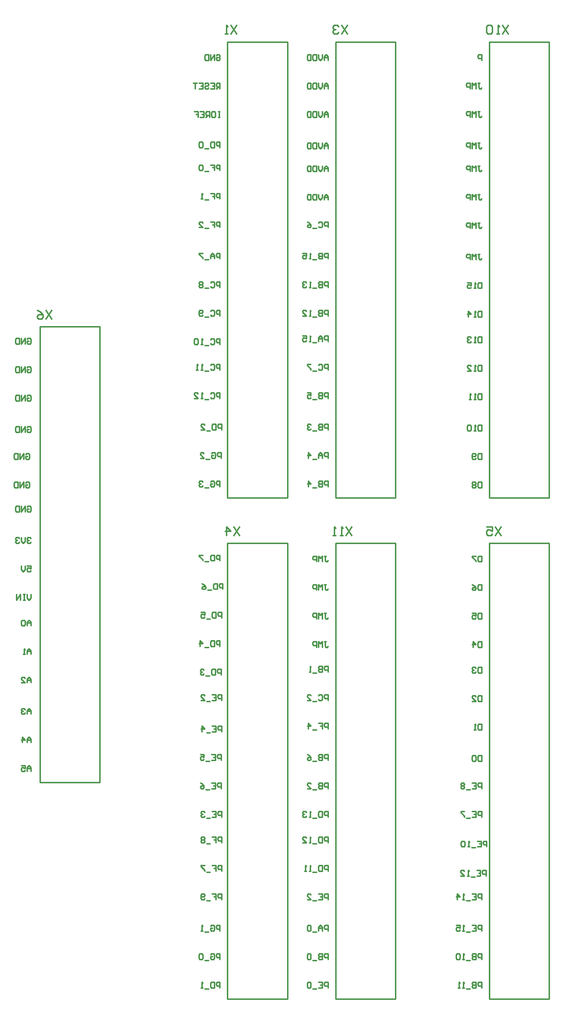
<source format=gbo>
G04*
G04 #@! TF.GenerationSoftware,Altium Limited,Altium Designer,24.4.1 (13)*
G04*
G04 Layer_Color=32896*
%FSLAX25Y25*%
%MOIN*%
G70*
G04*
G04 #@! TF.SameCoordinates,F4A71C90-CAAB-4947-AAB5-C65089E2A4D9*
G04*
G04*
G04 #@! TF.FilePolarity,Positive*
G04*
G01*
G75*
%ADD11C,0.01000*%
D11*
X325197Y698819D02*
X366535D01*
Y383858D02*
Y698819D01*
X325197Y383858D02*
Y698819D01*
Y383858D02*
X366535D01*
X431496Y352362D02*
X472835D01*
Y37402D02*
Y352362D01*
X431496Y37402D02*
Y352362D01*
Y37402D02*
X472835D01*
X431496Y698819D02*
X472835D01*
Y383858D02*
Y698819D01*
X431496Y383858D02*
Y698819D01*
Y383858D02*
X472835D01*
X250394D02*
X291732D01*
X250394D02*
Y698819D01*
X291732Y383858D02*
Y698819D01*
X250394D02*
X291732D01*
X325197Y352362D02*
X366535D01*
Y37402D02*
Y352362D01*
X325197Y37402D02*
Y352362D01*
Y37402D02*
X366535D01*
X250394Y352362D02*
X291732D01*
Y37402D02*
Y352362D01*
X250394Y37402D02*
Y352362D01*
Y37402D02*
X291732D01*
X120473Y501969D02*
X161811D01*
Y187008D02*
Y501969D01*
X120473Y187008D02*
Y501969D01*
Y187008D02*
X161811D01*
X246244Y145357D02*
Y149293D01*
X244276D01*
X243620Y148636D01*
Y147325D01*
X244276Y146669D01*
X246244D01*
X239685Y149293D02*
X242308D01*
Y147325D01*
X240996D01*
X242308D01*
Y145357D01*
X238373Y144701D02*
X235749D01*
X234437Y148636D02*
X233781Y149293D01*
X232469D01*
X231813Y148636D01*
Y147981D01*
X232469Y147325D01*
X231813Y146669D01*
Y146013D01*
X232469Y145357D01*
X233781D01*
X234437Y146013D01*
Y146669D01*
X233781Y147325D01*
X234437Y147981D01*
Y148636D01*
X233781Y147325D02*
X232469D01*
X111549Y454067D02*
X112205Y454723D01*
X113517D01*
X114173Y454067D01*
Y451443D01*
X113517Y450787D01*
X112205D01*
X111549Y451443D01*
Y452755D01*
X112861D01*
X110238Y450787D02*
Y454723D01*
X107614Y450787D01*
Y454723D01*
X106302D02*
Y450787D01*
X104334D01*
X103678Y451443D01*
Y454067D01*
X104334Y454723D01*
X106302D01*
X111549Y473752D02*
X112205Y474408D01*
X113517D01*
X114173Y473752D01*
Y471128D01*
X113517Y470472D01*
X112205D01*
X111549Y471128D01*
Y472440D01*
X112861D01*
X110238Y470472D02*
Y474408D01*
X107614Y470472D01*
Y474408D01*
X106302D02*
Y470472D01*
X104334D01*
X103678Y471128D01*
Y473752D01*
X104334Y474408D01*
X106302D01*
X111549Y493437D02*
X112205Y494093D01*
X113517D01*
X114173Y493437D01*
Y490813D01*
X113517Y490158D01*
X112205D01*
X111549Y490813D01*
Y492125D01*
X112861D01*
X110238Y490158D02*
Y494093D01*
X107614Y490158D01*
Y494093D01*
X106302D02*
Y490158D01*
X104334D01*
X103678Y490813D01*
Y493437D01*
X104334Y494093D01*
X106302D01*
X111549Y432414D02*
X112205Y433070D01*
X113517D01*
X114173Y432414D01*
Y429790D01*
X113517Y429134D01*
X112205D01*
X111549Y429790D01*
Y431102D01*
X112861D01*
X110238Y429134D02*
Y433070D01*
X107614Y429134D01*
Y433070D01*
X106302D02*
Y429134D01*
X104334D01*
X103678Y429790D01*
Y432414D01*
X104334Y433070D01*
X106302D01*
X114173Y316928D02*
Y314304D01*
X112861Y312992D01*
X111549Y314304D01*
Y316928D01*
X110238D02*
X108926D01*
X109581D01*
Y312992D01*
X110238D01*
X108926D01*
X106958D02*
Y316928D01*
X104334Y312992D01*
Y316928D01*
X111549Y336613D02*
X114173D01*
Y334645D01*
X112861Y335301D01*
X112205D01*
X111549Y334645D01*
Y333333D01*
X112205Y332677D01*
X113517D01*
X114173Y333333D01*
X110238Y336613D02*
Y333989D01*
X108926Y332677D01*
X107614Y333989D01*
Y336613D01*
X114173Y355642D02*
X113517Y356298D01*
X112205D01*
X111549Y355642D01*
Y354986D01*
X112205Y354330D01*
X112861D01*
X112205D01*
X111549Y353674D01*
Y353018D01*
X112205Y352362D01*
X113517D01*
X114173Y353018D01*
X110238Y356298D02*
Y353674D01*
X108926Y352362D01*
X107614Y353674D01*
Y356298D01*
X106302Y355642D02*
X105646Y356298D01*
X104334D01*
X103678Y355642D01*
Y354986D01*
X104334Y354330D01*
X104990D01*
X104334D01*
X103678Y353674D01*
Y353018D01*
X104334Y352362D01*
X105646D01*
X106302Y353018D01*
X110549Y413729D02*
X111205Y414385D01*
X112517D01*
X113173Y413729D01*
Y411105D01*
X112517Y410449D01*
X111205D01*
X110549Y411105D01*
Y412417D01*
X111861D01*
X109238Y410449D02*
Y414385D01*
X106614Y410449D01*
Y414385D01*
X105302D02*
Y410449D01*
X103334D01*
X102678Y411105D01*
Y413729D01*
X103334Y414385D01*
X105302D01*
X110549Y394044D02*
X111205Y394700D01*
X112517D01*
X113173Y394044D01*
Y391420D01*
X112517Y390764D01*
X111205D01*
X110549Y391420D01*
Y392732D01*
X111861D01*
X109238Y390764D02*
Y394700D01*
X106614Y390764D01*
Y394700D01*
X105302D02*
Y390764D01*
X103334D01*
X102678Y391420D01*
Y394044D01*
X103334Y394700D01*
X105302D01*
X111549Y377295D02*
X112205Y377952D01*
X113517D01*
X114173Y377295D01*
Y374672D01*
X113517Y374016D01*
X112205D01*
X111549Y374672D01*
Y375984D01*
X112861D01*
X110238Y374016D02*
Y377952D01*
X107614Y374016D01*
Y377952D01*
X106302D02*
Y374016D01*
X104334D01*
X103678Y374672D01*
Y377295D01*
X104334Y377952D01*
X106302D01*
X114173Y255906D02*
Y258529D01*
X112861Y259841D01*
X111549Y258529D01*
Y255906D01*
Y257873D01*
X114173D01*
X107614Y255906D02*
X110238D01*
X107614Y258529D01*
Y259185D01*
X108270Y259841D01*
X109581D01*
X110238Y259185D01*
X114173Y275591D02*
Y278214D01*
X112861Y279526D01*
X111549Y278214D01*
Y275591D01*
Y277558D01*
X114173D01*
X110238Y275591D02*
X108926D01*
X109581D01*
Y279526D01*
X110238Y278870D01*
X114173Y295276D02*
Y297899D01*
X112861Y299211D01*
X111549Y297899D01*
Y295276D01*
Y297243D01*
X114173D01*
X110238Y298555D02*
X109581Y299211D01*
X108270D01*
X107614Y298555D01*
Y295932D01*
X108270Y295276D01*
X109581D01*
X110238Y295932D01*
Y298555D01*
X114173Y234252D02*
Y236876D01*
X112861Y238188D01*
X111549Y236876D01*
Y234252D01*
Y236220D01*
X114173D01*
X110238Y237532D02*
X109581Y238188D01*
X108270D01*
X107614Y237532D01*
Y236876D01*
X108270Y236220D01*
X108926D01*
X108270D01*
X107614Y235564D01*
Y234908D01*
X108270Y234252D01*
X109581D01*
X110238Y234908D01*
X114173Y214567D02*
Y217191D01*
X112861Y218503D01*
X111549Y217191D01*
Y214567D01*
Y216535D01*
X114173D01*
X108270Y214567D02*
Y218503D01*
X110238Y216535D01*
X107614D01*
X114173Y194882D02*
Y197506D01*
X112861Y198818D01*
X111549Y197506D01*
Y194882D01*
Y196850D01*
X114173D01*
X107614Y198818D02*
X110238D01*
Y196850D01*
X108926Y197506D01*
X108270D01*
X107614Y196850D01*
Y195538D01*
X108270Y194882D01*
X109581D01*
X110238Y195538D01*
X426165Y686039D02*
Y689975D01*
X424197D01*
X423541Y689319D01*
Y688007D01*
X424197Y687351D01*
X426165D01*
X319866Y686039D02*
Y688663D01*
X318554Y689975D01*
X317242Y688663D01*
Y686039D01*
Y688007D01*
X319866D01*
X315930Y689975D02*
Y687351D01*
X314618Y686039D01*
X313307Y687351D01*
Y689975D01*
X311995D02*
Y686039D01*
X310027D01*
X309371Y686695D01*
Y689319D01*
X310027Y689975D01*
X311995D01*
X308059D02*
Y686039D01*
X306091D01*
X305435Y686695D01*
Y689319D01*
X306091Y689975D01*
X308059D01*
X319866Y666354D02*
Y668978D01*
X318554Y670290D01*
X317242Y668978D01*
Y666354D01*
Y668322D01*
X319866D01*
X315930Y670290D02*
Y667666D01*
X314618Y666354D01*
X313307Y667666D01*
Y670290D01*
X311995D02*
Y666354D01*
X310027D01*
X309371Y667010D01*
Y669634D01*
X310027Y670290D01*
X311995D01*
X308059D02*
Y666354D01*
X306091D01*
X305435Y667010D01*
Y669634D01*
X306091Y670290D01*
X308059D01*
X319866Y646669D02*
Y649293D01*
X318554Y650605D01*
X317242Y649293D01*
Y646669D01*
Y648637D01*
X319866D01*
X315930Y650605D02*
Y647981D01*
X314618Y646669D01*
X313307Y647981D01*
Y650605D01*
X311995D02*
Y646669D01*
X310027D01*
X309371Y647325D01*
Y649949D01*
X310027Y650605D01*
X311995D01*
X308059D02*
Y646669D01*
X306091D01*
X305435Y647325D01*
Y649949D01*
X306091Y650605D01*
X308059D01*
X319866Y625016D02*
Y627640D01*
X318554Y628952D01*
X317242Y627640D01*
Y625016D01*
Y626984D01*
X319866D01*
X315930Y628952D02*
Y626328D01*
X314618Y625016D01*
X313307Y626328D01*
Y628952D01*
X311995D02*
Y625016D01*
X310027D01*
X309371Y625672D01*
Y628296D01*
X310027Y628952D01*
X311995D01*
X308059D02*
Y625016D01*
X306091D01*
X305435Y625672D01*
Y628296D01*
X306091Y628952D01*
X308059D01*
X423541Y650605D02*
X424853D01*
X424197D01*
Y647325D01*
X424853Y646669D01*
X425509D01*
X426165Y647325D01*
X422230Y646669D02*
Y650605D01*
X420918Y649293D01*
X419606Y650605D01*
Y646669D01*
X418294D02*
Y650605D01*
X416326D01*
X415670Y649949D01*
Y648637D01*
X416326Y647981D01*
X418294D01*
X319866Y44963D02*
Y48899D01*
X317898D01*
X317242Y48243D01*
Y46931D01*
X317898Y46275D01*
X319866D01*
X313307Y48899D02*
X315930D01*
Y44963D01*
X313307D01*
X315930Y46931D02*
X314618D01*
X311995Y44307D02*
X309371D01*
X308059Y48243D02*
X307403Y48899D01*
X306091D01*
X305435Y48243D01*
Y45619D01*
X306091Y44963D01*
X307403D01*
X308059Y45619D01*
Y48243D01*
X319866Y64648D02*
Y68584D01*
X317898D01*
X317242Y67928D01*
Y66616D01*
X317898Y65960D01*
X319866D01*
X315930Y68584D02*
Y64648D01*
X313963D01*
X313307Y65304D01*
Y65960D01*
X313963Y66616D01*
X315930D01*
X313963D01*
X313307Y67272D01*
Y67928D01*
X313963Y68584D01*
X315930D01*
X311995Y63992D02*
X309371D01*
X308059Y67928D02*
X307403Y68584D01*
X306091D01*
X305435Y67928D01*
Y65304D01*
X306091Y64648D01*
X307403D01*
X308059Y65304D01*
Y67928D01*
X319866Y84333D02*
Y88269D01*
X317898D01*
X317242Y87613D01*
Y86301D01*
X317898Y85645D01*
X319866D01*
X315930Y84333D02*
Y86957D01*
X314618Y88269D01*
X313307Y86957D01*
Y84333D01*
Y86301D01*
X315930D01*
X311995Y83677D02*
X309371D01*
X308059Y87613D02*
X307403Y88269D01*
X306091D01*
X305435Y87613D01*
Y84989D01*
X306091Y84333D01*
X307403D01*
X308059Y84989D01*
Y87613D01*
X319866Y145357D02*
Y149293D01*
X317898D01*
X317242Y148636D01*
Y147325D01*
X317898Y146669D01*
X319866D01*
X315930Y149293D02*
Y145357D01*
X313963D01*
X313307Y146013D01*
Y148636D01*
X313963Y149293D01*
X315930D01*
X311995Y144701D02*
X309371D01*
X308059Y145357D02*
X306747D01*
X307403D01*
Y149293D01*
X308059Y148636D01*
X302155Y145357D02*
X304779D01*
X302155Y147981D01*
Y148636D01*
X302811Y149293D01*
X304123D01*
X304779Y148636D01*
X319866Y125672D02*
Y129607D01*
X317898D01*
X317242Y128952D01*
Y127640D01*
X317898Y126984D01*
X319866D01*
X315930Y129607D02*
Y125672D01*
X313963D01*
X313307Y126328D01*
Y128952D01*
X313963Y129607D01*
X315930D01*
X311995Y125016D02*
X309371D01*
X308059Y125672D02*
X306747D01*
X307403D01*
Y129607D01*
X308059Y128952D01*
X304779Y125672D02*
X303467D01*
X304123D01*
Y129607D01*
X304779Y128952D01*
X319866Y105987D02*
Y109922D01*
X317898D01*
X317242Y109266D01*
Y107955D01*
X317898Y107299D01*
X319866D01*
X313307Y109922D02*
X315930D01*
Y105987D01*
X313307D01*
X315930Y107955D02*
X314618D01*
X311995Y105331D02*
X309371D01*
X305435Y105987D02*
X308059D01*
X305435Y108610D01*
Y109266D01*
X306091Y109922D01*
X307403D01*
X308059Y109266D01*
X319866Y224097D02*
Y228033D01*
X317898D01*
X317242Y227377D01*
Y226065D01*
X317898Y225409D01*
X319866D01*
X313307Y228033D02*
X315930D01*
Y226065D01*
X314618D01*
X315930D01*
Y224097D01*
X311995Y223441D02*
X309371D01*
X306091Y224097D02*
Y228033D01*
X308059Y226065D01*
X305435D01*
X319866Y243782D02*
Y247718D01*
X317898D01*
X317242Y247062D01*
Y245750D01*
X317898Y245094D01*
X319866D01*
X313307Y247062D02*
X313963Y247718D01*
X315274D01*
X315930Y247062D01*
Y244438D01*
X315274Y243782D01*
X313963D01*
X313307Y244438D01*
X311995Y243126D02*
X309371D01*
X305435Y243782D02*
X308059D01*
X305435Y246406D01*
Y247062D01*
X306091Y247718D01*
X307403D01*
X308059Y247062D01*
X319866Y263467D02*
Y267403D01*
X317898D01*
X317242Y266747D01*
Y265435D01*
X317898Y264779D01*
X319866D01*
X315930Y267403D02*
Y263467D01*
X313963D01*
X313307Y264123D01*
Y264779D01*
X313963Y265435D01*
X315930D01*
X313963D01*
X313307Y266091D01*
Y266747D01*
X313963Y267403D01*
X315930D01*
X311995Y262811D02*
X309371D01*
X308059Y263467D02*
X306747D01*
X307403D01*
Y267403D01*
X308059Y266747D01*
X319866Y202443D02*
Y206379D01*
X317898D01*
X317242Y205723D01*
Y204411D01*
X317898Y203755D01*
X319866D01*
X315930Y206379D02*
Y202443D01*
X313963D01*
X313307Y203099D01*
Y203755D01*
X313963Y204411D01*
X315930D01*
X313963D01*
X313307Y205067D01*
Y205723D01*
X313963Y206379D01*
X315930D01*
X311995Y201787D02*
X309371D01*
X305435Y206379D02*
X306747Y205723D01*
X308059Y204411D01*
Y203099D01*
X307403Y202443D01*
X306091D01*
X305435Y203099D01*
Y203755D01*
X306091Y204411D01*
X308059D01*
X319866Y182758D02*
Y186694D01*
X317898D01*
X317242Y186038D01*
Y184726D01*
X317898Y184070D01*
X319866D01*
X315930Y186694D02*
Y182758D01*
X313963D01*
X313307Y183414D01*
Y184070D01*
X313963Y184726D01*
X315930D01*
X313963D01*
X313307Y185382D01*
Y186038D01*
X313963Y186694D01*
X315930D01*
X311995Y182102D02*
X309371D01*
X305435Y182758D02*
X308059D01*
X305435Y185382D01*
Y186038D01*
X306091Y186694D01*
X307403D01*
X308059Y186038D01*
X319866Y163073D02*
Y167009D01*
X317898D01*
X317242Y166353D01*
Y165041D01*
X317898Y164385D01*
X319866D01*
X315930Y167009D02*
Y163073D01*
X313963D01*
X313307Y163729D01*
Y166353D01*
X313963Y167009D01*
X315930D01*
X311995Y162417D02*
X309371D01*
X308059Y163073D02*
X306747D01*
X307403D01*
Y167009D01*
X308059Y166353D01*
X304779D02*
X304123Y167009D01*
X302811D01*
X302155Y166353D01*
Y165697D01*
X302811Y165041D01*
X303467D01*
X302811D01*
X302155Y164385D01*
Y163729D01*
X302811Y163073D01*
X304123D01*
X304779Y163729D01*
X317242Y284463D02*
X318554D01*
X317898D01*
Y281184D01*
X318554Y280528D01*
X319210D01*
X319866Y281184D01*
X315930Y280528D02*
Y284463D01*
X314618Y283151D01*
X313307Y284463D01*
Y280528D01*
X311995D02*
Y284463D01*
X310027D01*
X309371Y283807D01*
Y282495D01*
X310027Y281839D01*
X311995D01*
X317242Y343518D02*
X318554D01*
X317898D01*
Y340239D01*
X318554Y339583D01*
X319210D01*
X319866Y340239D01*
X315930Y339583D02*
Y343518D01*
X314618Y342207D01*
X313307Y343518D01*
Y339583D01*
X311995D02*
Y343518D01*
X310027D01*
X309371Y342863D01*
Y341551D01*
X310027Y340895D01*
X311995D01*
X317242Y323833D02*
X318554D01*
X317898D01*
Y320554D01*
X318554Y319898D01*
X319210D01*
X319866Y320554D01*
X315930Y319898D02*
Y323833D01*
X314618Y322521D01*
X313307Y323833D01*
Y319898D01*
X311995D02*
Y323833D01*
X310027D01*
X309371Y323177D01*
Y321866D01*
X310027Y321210D01*
X311995D01*
X317242Y304148D02*
X318554D01*
X317898D01*
Y300869D01*
X318554Y300213D01*
X319210D01*
X319866Y300869D01*
X315930Y300213D02*
Y304148D01*
X314618Y302836D01*
X313307Y304148D01*
Y300213D01*
X311995D02*
Y304148D01*
X310027D01*
X309371Y303492D01*
Y302181D01*
X310027Y301524D01*
X311995D01*
X319866Y509530D02*
Y513466D01*
X317898D01*
X317242Y512810D01*
Y511498D01*
X317898Y510842D01*
X319866D01*
X315930Y513466D02*
Y509530D01*
X313963D01*
X313307Y510186D01*
Y510842D01*
X313963Y511498D01*
X315930D01*
X313963D01*
X313307Y512154D01*
Y512810D01*
X313963Y513466D01*
X315930D01*
X311995Y508874D02*
X309371D01*
X308059Y509530D02*
X306747D01*
X307403D01*
Y513466D01*
X308059Y512810D01*
X302155Y509530D02*
X304779D01*
X302155Y512154D01*
Y512810D01*
X302811Y513466D01*
X304123D01*
X304779Y512810D01*
X319866Y529215D02*
Y533151D01*
X317898D01*
X317242Y532495D01*
Y531183D01*
X317898Y530527D01*
X319866D01*
X315930Y533151D02*
Y529215D01*
X313963D01*
X313307Y529871D01*
Y530527D01*
X313963Y531183D01*
X315930D01*
X313963D01*
X313307Y531839D01*
Y532495D01*
X313963Y533151D01*
X315930D01*
X311995Y528559D02*
X309371D01*
X308059Y529215D02*
X306747D01*
X307403D01*
Y533151D01*
X308059Y532495D01*
X304779D02*
X304123Y533151D01*
X302811D01*
X302155Y532495D01*
Y531839D01*
X302811Y531183D01*
X303467D01*
X302811D01*
X302155Y530527D01*
Y529871D01*
X302811Y529215D01*
X304123D01*
X304779Y529871D01*
X319866Y548900D02*
Y552836D01*
X317898D01*
X317242Y552180D01*
Y550868D01*
X317898Y550212D01*
X319866D01*
X315930Y552836D02*
Y548900D01*
X313963D01*
X313307Y549556D01*
Y550212D01*
X313963Y550868D01*
X315930D01*
X313963D01*
X313307Y551524D01*
Y552180D01*
X313963Y552836D01*
X315930D01*
X311995Y548244D02*
X309371D01*
X308059Y548900D02*
X306747D01*
X307403D01*
Y552836D01*
X308059Y552180D01*
X302155Y552836D02*
X304779D01*
Y550868D01*
X303467Y551524D01*
X302811D01*
X302155Y550868D01*
Y549556D01*
X302811Y548900D01*
X304123D01*
X304779Y549556D01*
X319866Y609268D02*
Y611892D01*
X318554Y613203D01*
X317242Y611892D01*
Y609268D01*
Y611236D01*
X319866D01*
X315930Y613203D02*
Y610580D01*
X314618Y609268D01*
X313307Y610580D01*
Y613203D01*
X311995D02*
Y609268D01*
X310027D01*
X309371Y609924D01*
Y612547D01*
X310027Y613203D01*
X311995D01*
X308059D02*
Y609268D01*
X306091D01*
X305435Y609924D01*
Y612547D01*
X306091Y613203D01*
X308059D01*
X319866Y589583D02*
Y592206D01*
X318554Y593518D01*
X317242Y592206D01*
Y589583D01*
Y591551D01*
X319866D01*
X315930Y593518D02*
Y590895D01*
X314618Y589583D01*
X313307Y590895D01*
Y593518D01*
X311995D02*
Y589583D01*
X310027D01*
X309371Y590239D01*
Y592863D01*
X310027Y593518D01*
X311995D01*
X308059D02*
Y589583D01*
X306091D01*
X305435Y590239D01*
Y592863D01*
X306091Y593518D01*
X308059D01*
X319866Y570554D02*
Y574489D01*
X317898D01*
X317242Y573833D01*
Y572521D01*
X317898Y571866D01*
X319866D01*
X313307Y573833D02*
X313963Y574489D01*
X315274D01*
X315930Y573833D01*
Y571210D01*
X315274Y570554D01*
X313963D01*
X313307Y571210D01*
X311995Y569898D02*
X309371D01*
X305435Y574489D02*
X306747Y573833D01*
X308059Y572521D01*
Y571210D01*
X307403Y570554D01*
X306091D01*
X305435Y571210D01*
Y571866D01*
X306091Y572521D01*
X308059D01*
X319866Y452443D02*
Y456379D01*
X317898D01*
X317242Y455723D01*
Y454411D01*
X317898Y453755D01*
X319866D01*
X315930Y456379D02*
Y452443D01*
X313963D01*
X313307Y453099D01*
Y453755D01*
X313963Y454411D01*
X315930D01*
X313963D01*
X313307Y455067D01*
Y455723D01*
X313963Y456379D01*
X315930D01*
X311995Y451787D02*
X309371D01*
X305435Y456379D02*
X308059D01*
Y454411D01*
X306747Y455067D01*
X306091D01*
X305435Y454411D01*
Y453099D01*
X306091Y452443D01*
X307403D01*
X308059Y453099D01*
X319866Y472128D02*
Y476064D01*
X317898D01*
X317242Y475408D01*
Y474096D01*
X317898Y473440D01*
X319866D01*
X313307Y475408D02*
X313963Y476064D01*
X315274D01*
X315930Y475408D01*
Y472784D01*
X315274Y472128D01*
X313963D01*
X313307Y472784D01*
X311995Y471473D02*
X309371D01*
X308059Y476064D02*
X305435D01*
Y475408D01*
X308059Y472784D01*
Y472128D01*
X319866Y491814D02*
Y495749D01*
X317898D01*
X317242Y495093D01*
Y493781D01*
X317898Y493125D01*
X319866D01*
X315930Y491814D02*
Y494437D01*
X314618Y495749D01*
X313307Y494437D01*
Y491814D01*
Y493781D01*
X315930D01*
X311995Y491157D02*
X309371D01*
X308059Y491814D02*
X306747D01*
X307403D01*
Y495749D01*
X308059Y495093D01*
X302155Y495749D02*
X304779D01*
Y493781D01*
X303467Y494437D01*
X302811D01*
X302155Y493781D01*
Y492469D01*
X302811Y491814D01*
X304123D01*
X304779Y492469D01*
X319866Y430790D02*
Y434726D01*
X317898D01*
X317242Y434070D01*
Y432758D01*
X317898Y432102D01*
X319866D01*
X315930Y434726D02*
Y430790D01*
X313963D01*
X313307Y431446D01*
Y432102D01*
X313963Y432758D01*
X315930D01*
X313963D01*
X313307Y433414D01*
Y434070D01*
X313963Y434726D01*
X315930D01*
X311995Y430134D02*
X309371D01*
X308059Y434070D02*
X307403Y434726D01*
X306091D01*
X305435Y434070D01*
Y433414D01*
X306091Y432758D01*
X306747D01*
X306091D01*
X305435Y432102D01*
Y431446D01*
X306091Y430790D01*
X307403D01*
X308059Y431446D01*
X319866Y411105D02*
Y415040D01*
X317898D01*
X317242Y414385D01*
Y413073D01*
X317898Y412417D01*
X319866D01*
X315930Y411105D02*
Y413729D01*
X314618Y415040D01*
X313307Y413729D01*
Y411105D01*
Y413073D01*
X315930D01*
X311995Y410449D02*
X309371D01*
X306091Y411105D02*
Y415040D01*
X308059Y413073D01*
X305435D01*
X319866Y391420D02*
Y395356D01*
X317898D01*
X317242Y394700D01*
Y393388D01*
X317898Y392732D01*
X319866D01*
X315930Y395356D02*
Y391420D01*
X313963D01*
X313307Y392076D01*
Y392732D01*
X313963Y393388D01*
X315930D01*
X313963D01*
X313307Y394044D01*
Y394700D01*
X313963Y395356D01*
X315930D01*
X311995Y390764D02*
X309371D01*
X306091Y391420D02*
Y395356D01*
X308059Y393388D01*
X305435D01*
X245063Y44963D02*
Y48899D01*
X243095D01*
X242439Y48243D01*
Y46931D01*
X243095Y46275D01*
X245063D01*
X241127Y48899D02*
Y44963D01*
X239159D01*
X238503Y45619D01*
Y48243D01*
X239159Y48899D01*
X241127D01*
X237192Y44307D02*
X234568D01*
X233256Y44963D02*
X231944D01*
X232600D01*
Y48899D01*
X233256Y48243D01*
X245063Y64648D02*
Y68584D01*
X243095D01*
X242439Y67928D01*
Y66616D01*
X243095Y65960D01*
X245063D01*
X238503Y67928D02*
X239159Y68584D01*
X240471D01*
X241127Y67928D01*
Y65304D01*
X240471Y64648D01*
X239159D01*
X238503Y65304D01*
Y66616D01*
X239815D01*
X237192Y63992D02*
X234568D01*
X233256Y67928D02*
X232600Y68584D01*
X231288D01*
X230632Y67928D01*
Y65304D01*
X231288Y64648D01*
X232600D01*
X233256Y65304D01*
Y67928D01*
X245063Y84333D02*
Y88269D01*
X243095D01*
X242439Y87613D01*
Y86301D01*
X243095Y85645D01*
X245063D01*
X238503Y87613D02*
X239159Y88269D01*
X240471D01*
X241127Y87613D01*
Y84989D01*
X240471Y84333D01*
X239159D01*
X238503Y84989D01*
Y86301D01*
X239815D01*
X237192Y83677D02*
X234568D01*
X233256Y84333D02*
X231944D01*
X232600D01*
Y88269D01*
X233256Y87613D01*
X246244Y125672D02*
Y129607D01*
X244276D01*
X243620Y128952D01*
Y127640D01*
X244276Y126984D01*
X246244D01*
X239685Y129607D02*
X242308D01*
Y127640D01*
X240996D01*
X242308D01*
Y125672D01*
X238373Y125016D02*
X235749D01*
X234437Y129607D02*
X231813D01*
Y128952D01*
X234437Y126328D01*
Y125672D01*
X246244Y105987D02*
Y109922D01*
X244276D01*
X243620Y109266D01*
Y107955D01*
X244276Y107299D01*
X246244D01*
X239685Y109922D02*
X242308D01*
Y107955D01*
X240996D01*
X242308D01*
Y105987D01*
X238373Y105331D02*
X235749D01*
X234437Y106643D02*
X233781Y105987D01*
X232469D01*
X231813Y106643D01*
Y109266D01*
X232469Y109922D01*
X233781D01*
X234437Y109266D01*
Y108610D01*
X233781Y107955D01*
X231813D01*
X246244Y222128D02*
Y226064D01*
X244276D01*
X243620Y225408D01*
Y224096D01*
X244276Y223440D01*
X246244D01*
X239685Y226064D02*
X242308D01*
Y222128D01*
X239685D01*
X242308Y224096D02*
X240996D01*
X238373Y221472D02*
X235749D01*
X232469Y222128D02*
Y226064D01*
X234437Y224096D01*
X231813D01*
X246244Y243782D02*
Y247718D01*
X244276D01*
X243620Y247062D01*
Y245750D01*
X244276Y245094D01*
X246244D01*
X239685Y247718D02*
X242308D01*
Y243782D01*
X239685D01*
X242308Y245750D02*
X240996D01*
X238373Y243126D02*
X235749D01*
X231813Y243782D02*
X234437D01*
X231813Y246406D01*
Y247062D01*
X232469Y247718D01*
X233781D01*
X234437Y247062D01*
X245850Y261498D02*
Y265434D01*
X243882D01*
X243227Y264778D01*
Y263466D01*
X243882Y262810D01*
X245850D01*
X241915Y265434D02*
Y261498D01*
X239947D01*
X239291Y262154D01*
Y264778D01*
X239947Y265434D01*
X241915D01*
X237979Y260842D02*
X235355D01*
X234043Y264778D02*
X233387Y265434D01*
X232075D01*
X231419Y264778D01*
Y264122D01*
X232075Y263466D01*
X232731D01*
X232075D01*
X231419Y262810D01*
Y262154D01*
X232075Y261498D01*
X233387D01*
X234043Y262154D01*
X245850Y202443D02*
Y206379D01*
X243882D01*
X243227Y205723D01*
Y204411D01*
X243882Y203755D01*
X245850D01*
X239291Y206379D02*
X241915D01*
Y202443D01*
X239291D01*
X241915Y204411D02*
X240603D01*
X237979Y201787D02*
X235355D01*
X231419Y206379D02*
X234043D01*
Y204411D01*
X232731Y205067D01*
X232075D01*
X231419Y204411D01*
Y203099D01*
X232075Y202443D01*
X233387D01*
X234043Y203099D01*
X245850Y182758D02*
Y186694D01*
X243882D01*
X243227Y186038D01*
Y184726D01*
X243882Y184070D01*
X245850D01*
X239291Y186694D02*
X241915D01*
Y182758D01*
X239291D01*
X241915Y184726D02*
X240603D01*
X237979Y182102D02*
X235355D01*
X231419Y186694D02*
X232731Y186038D01*
X234043Y184726D01*
Y183414D01*
X233387Y182758D01*
X232075D01*
X231419Y183414D01*
Y184070D01*
X232075Y184726D01*
X234043D01*
X246244Y163073D02*
Y167009D01*
X244276D01*
X243620Y166353D01*
Y165041D01*
X244276Y164385D01*
X246244D01*
X239685Y167009D02*
X242308D01*
Y163073D01*
X239685D01*
X242308Y165041D02*
X240996D01*
X238373Y162417D02*
X235749D01*
X234437Y166353D02*
X233781Y167009D01*
X232469D01*
X231813Y166353D01*
Y165697D01*
X232469Y165041D01*
X233125D01*
X232469D01*
X231813Y164385D01*
Y163729D01*
X232469Y163073D01*
X233781D01*
X234437Y163729D01*
X245063Y281184D02*
Y285119D01*
X243095D01*
X242439Y284463D01*
Y283151D01*
X243095Y282495D01*
X245063D01*
X241127Y285119D02*
Y281184D01*
X239159D01*
X238503Y281839D01*
Y284463D01*
X239159Y285119D01*
X241127D01*
X237192Y280528D02*
X234568D01*
X231288Y281184D02*
Y285119D01*
X233256Y283151D01*
X230632D01*
X245063Y340239D02*
Y344174D01*
X243095D01*
X242439Y343518D01*
Y342207D01*
X243095Y341551D01*
X245063D01*
X241127Y344174D02*
Y340239D01*
X239159D01*
X238503Y340895D01*
Y343518D01*
X239159Y344174D01*
X241127D01*
X237192Y339583D02*
X234568D01*
X233256Y344174D02*
X230632D01*
Y343518D01*
X233256Y340895D01*
Y340239D01*
X247031Y320554D02*
Y324489D01*
X245064D01*
X244408Y323833D01*
Y322521D01*
X245064Y321866D01*
X247031D01*
X243096Y324489D02*
Y320554D01*
X241128D01*
X240472Y321210D01*
Y323833D01*
X241128Y324489D01*
X243096D01*
X239160Y319898D02*
X236536D01*
X232600Y324489D02*
X233912Y323833D01*
X235224Y322521D01*
Y321210D01*
X234568Y320554D01*
X233256D01*
X232600Y321210D01*
Y321866D01*
X233256Y322521D01*
X235224D01*
X246244Y300869D02*
Y304804D01*
X244276D01*
X243620Y304148D01*
Y302836D01*
X244276Y302181D01*
X246244D01*
X242308Y304804D02*
Y300869D01*
X240340D01*
X239685Y301524D01*
Y304148D01*
X240340Y304804D01*
X242308D01*
X238373Y300213D02*
X235749D01*
X231813Y304804D02*
X234437D01*
Y302836D01*
X233125Y303492D01*
X232469D01*
X231813Y302836D01*
Y301524D01*
X232469Y300869D01*
X233781D01*
X234437Y301524D01*
X245063Y650605D02*
X243751D01*
X244407D01*
Y646669D01*
X245063D01*
X243751D01*
X239815Y650605D02*
X241127D01*
X241783Y649949D01*
Y647325D01*
X241127Y646669D01*
X239815D01*
X239159Y647325D01*
Y649949D01*
X239815Y650605D01*
X237847Y646669D02*
Y650605D01*
X235880D01*
X235224Y649949D01*
Y648637D01*
X235880Y647981D01*
X237847D01*
X236536D02*
X235224Y646669D01*
X231288Y650605D02*
X233912D01*
Y646669D01*
X231288D01*
X233912Y648637D02*
X232600D01*
X227352Y650605D02*
X229976D01*
Y648637D01*
X228664D01*
X229976D01*
Y646669D01*
X245063Y666354D02*
Y670290D01*
X243095D01*
X242439Y669634D01*
Y668322D01*
X243095Y667666D01*
X245063D01*
X243751D02*
X242439Y666354D01*
X238503Y670290D02*
X241127D01*
Y666354D01*
X238503D01*
X241127Y668322D02*
X239815D01*
X234568Y669634D02*
X235224Y670290D01*
X236536D01*
X237192Y669634D01*
Y668978D01*
X236536Y668322D01*
X235224D01*
X234568Y667666D01*
Y667010D01*
X235224Y666354D01*
X236536D01*
X237192Y667010D01*
X230632Y670290D02*
X233256D01*
Y666354D01*
X230632D01*
X233256Y668322D02*
X231944D01*
X229320Y670290D02*
X226696D01*
X228008D01*
Y666354D01*
X242439Y689319D02*
X243095Y689975D01*
X244407D01*
X245063Y689319D01*
Y686695D01*
X244407Y686039D01*
X243095D01*
X242439Y686695D01*
Y688007D01*
X243751D01*
X241127Y686039D02*
Y689975D01*
X238503Y686039D01*
Y689975D01*
X237192D02*
Y686039D01*
X235224D01*
X234568Y686695D01*
Y689319D01*
X235224Y689975D01*
X237192D01*
X245063Y625672D02*
Y629607D01*
X243095D01*
X242439Y628952D01*
Y627640D01*
X243095Y626984D01*
X245063D01*
X241127Y629607D02*
Y625672D01*
X239159D01*
X238503Y626328D01*
Y628952D01*
X239159Y629607D01*
X241127D01*
X237192Y625016D02*
X234568D01*
X233256Y628952D02*
X232600Y629607D01*
X231288D01*
X230632Y628952D01*
Y626328D01*
X231288Y625672D01*
X232600D01*
X233256Y626328D01*
Y628952D01*
X245063Y509530D02*
Y513466D01*
X243095D01*
X242439Y512810D01*
Y511498D01*
X243095Y510842D01*
X245063D01*
X238503Y512810D02*
X239159Y513466D01*
X240471D01*
X241127Y512810D01*
Y510186D01*
X240471Y509530D01*
X239159D01*
X238503Y510186D01*
X237192Y508874D02*
X234568D01*
X233256Y510186D02*
X232600Y509530D01*
X231288D01*
X230632Y510186D01*
Y512810D01*
X231288Y513466D01*
X232600D01*
X233256Y512810D01*
Y512154D01*
X232600Y511498D01*
X230632D01*
X245063Y529215D02*
Y533151D01*
X243095D01*
X242439Y532495D01*
Y531183D01*
X243095Y530527D01*
X245063D01*
X238503Y532495D02*
X239159Y533151D01*
X240471D01*
X241127Y532495D01*
Y529871D01*
X240471Y529215D01*
X239159D01*
X238503Y529871D01*
X237192Y528559D02*
X234568D01*
X233256Y532495D02*
X232600Y533151D01*
X231288D01*
X230632Y532495D01*
Y531839D01*
X231288Y531183D01*
X230632Y530527D01*
Y529871D01*
X231288Y529215D01*
X232600D01*
X233256Y529871D01*
Y530527D01*
X232600Y531183D01*
X233256Y531839D01*
Y532495D01*
X232600Y531183D02*
X231288D01*
X245063Y548900D02*
Y552836D01*
X243095D01*
X242439Y552180D01*
Y550868D01*
X243095Y550212D01*
X245063D01*
X241127Y548900D02*
Y551524D01*
X239815Y552836D01*
X238503Y551524D01*
Y548900D01*
Y550868D01*
X241127D01*
X237192Y548244D02*
X234568D01*
X233256Y552836D02*
X230632D01*
Y552180D01*
X233256Y549556D01*
Y548900D01*
X245063Y609924D02*
Y613859D01*
X243095D01*
X242439Y613203D01*
Y611892D01*
X243095Y611236D01*
X245063D01*
X238503Y613859D02*
X241127D01*
Y611892D01*
X239815D01*
X241127D01*
Y609924D01*
X237192Y609268D02*
X234568D01*
X233256Y613203D02*
X232600Y613859D01*
X231288D01*
X230632Y613203D01*
Y610580D01*
X231288Y609924D01*
X232600D01*
X233256Y610580D01*
Y613203D01*
X245063Y590239D02*
Y594174D01*
X243095D01*
X242439Y593518D01*
Y592206D01*
X243095Y591551D01*
X245063D01*
X238503Y594174D02*
X241127D01*
Y592206D01*
X239815D01*
X241127D01*
Y590239D01*
X237192Y589583D02*
X234568D01*
X233256Y590239D02*
X231944D01*
X232600D01*
Y594174D01*
X233256Y593518D01*
X245063Y570554D02*
Y574489D01*
X243095D01*
X242439Y573833D01*
Y572521D01*
X243095Y571866D01*
X245063D01*
X238503Y574489D02*
X241127D01*
Y572521D01*
X239815D01*
X241127D01*
Y570554D01*
X237192Y569898D02*
X234568D01*
X230632Y570554D02*
X233256D01*
X230632Y573177D01*
Y573833D01*
X231288Y574489D01*
X232600D01*
X233256Y573833D01*
X245063Y452443D02*
Y456379D01*
X243095D01*
X242439Y455723D01*
Y454411D01*
X243095Y453755D01*
X245063D01*
X238503Y455723D02*
X239159Y456379D01*
X240471D01*
X241127Y455723D01*
Y453099D01*
X240471Y452443D01*
X239159D01*
X238503Y453099D01*
X237192Y451787D02*
X234568D01*
X233256Y452443D02*
X231944D01*
X232600D01*
Y456379D01*
X233256Y455723D01*
X227352Y452443D02*
X229976D01*
X227352Y455067D01*
Y455723D01*
X228008Y456379D01*
X229320D01*
X229976Y455723D01*
X245063Y472128D02*
Y476064D01*
X243095D01*
X242439Y475408D01*
Y474096D01*
X243095Y473440D01*
X245063D01*
X238503Y475408D02*
X239159Y476064D01*
X240471D01*
X241127Y475408D01*
Y472784D01*
X240471Y472128D01*
X239159D01*
X238503Y472784D01*
X237192Y471473D02*
X234568D01*
X233256Y472128D02*
X231944D01*
X232600D01*
Y476064D01*
X233256Y475408D01*
X229976Y472128D02*
X228664D01*
X229320D01*
Y476064D01*
X229976Y475408D01*
X245063Y489845D02*
Y493781D01*
X243095D01*
X242439Y493125D01*
Y491813D01*
X243095Y491157D01*
X245063D01*
X238503Y493125D02*
X239159Y493781D01*
X240471D01*
X241127Y493125D01*
Y490501D01*
X240471Y489845D01*
X239159D01*
X238503Y490501D01*
X237192Y489189D02*
X234568D01*
X233256Y489845D02*
X231944D01*
X232600D01*
Y493781D01*
X233256Y493125D01*
X229976D02*
X229320Y493781D01*
X228008D01*
X227352Y493125D01*
Y490501D01*
X228008Y489845D01*
X229320D01*
X229976Y490501D01*
Y493125D01*
X246244Y430790D02*
Y434726D01*
X244276D01*
X243620Y434070D01*
Y432758D01*
X244276Y432102D01*
X246244D01*
X242308Y434726D02*
Y430790D01*
X240340D01*
X239685Y431446D01*
Y434070D01*
X240340Y434726D01*
X242308D01*
X238373Y430134D02*
X235749D01*
X231813Y430790D02*
X234437D01*
X231813Y433414D01*
Y434070D01*
X232469Y434726D01*
X233781D01*
X234437Y434070D01*
X245850Y411105D02*
Y415040D01*
X243882D01*
X243227Y414385D01*
Y413073D01*
X243882Y412417D01*
X245850D01*
X239291Y414385D02*
X239947Y415040D01*
X241259D01*
X241915Y414385D01*
Y411761D01*
X241259Y411105D01*
X239947D01*
X239291Y411761D01*
Y413073D01*
X240603D01*
X237979Y410449D02*
X235355D01*
X231419Y411105D02*
X234043D01*
X231419Y413729D01*
Y414385D01*
X232075Y415040D01*
X233387D01*
X234043Y414385D01*
X245063Y391420D02*
Y395356D01*
X243095D01*
X242439Y394700D01*
Y393388D01*
X243095Y392732D01*
X245063D01*
X238503Y394700D02*
X239159Y395356D01*
X240471D01*
X241127Y394700D01*
Y392076D01*
X240471Y391420D01*
X239159D01*
X238503Y392076D01*
Y393388D01*
X239815D01*
X237192Y390764D02*
X234568D01*
X233256Y394700D02*
X232600Y395356D01*
X231288D01*
X230632Y394700D01*
Y394044D01*
X231288Y393388D01*
X231944D01*
X231288D01*
X230632Y392732D01*
Y392076D01*
X231288Y391420D01*
X232600D01*
X233256Y392076D01*
X426165Y394700D02*
Y390764D01*
X424197D01*
X423541Y391420D01*
Y394044D01*
X424197Y394700D01*
X426165D01*
X422230Y394044D02*
X421574Y394700D01*
X420262D01*
X419606Y394044D01*
Y393388D01*
X420262Y392732D01*
X419606Y392076D01*
Y391420D01*
X420262Y390764D01*
X421574D01*
X422230Y391420D01*
Y392076D01*
X421574Y392732D01*
X422230Y393388D01*
Y394044D01*
X421574Y392732D02*
X420262D01*
X426165Y414385D02*
Y410449D01*
X424197D01*
X423541Y411105D01*
Y413729D01*
X424197Y414385D01*
X426165D01*
X422230Y411105D02*
X421574Y410449D01*
X420262D01*
X419606Y411105D01*
Y413729D01*
X420262Y414385D01*
X421574D01*
X422230Y413729D01*
Y413073D01*
X421574Y412417D01*
X419606D01*
X426165Y434070D02*
Y430134D01*
X424197D01*
X423541Y430790D01*
Y433414D01*
X424197Y434070D01*
X426165D01*
X422230Y430134D02*
X420918D01*
X421574D01*
Y434070D01*
X422230Y433414D01*
X418950D02*
X418294Y434070D01*
X416982D01*
X416326Y433414D01*
Y430790D01*
X416982Y430134D01*
X418294D01*
X418950Y430790D01*
Y433414D01*
X426165Y495093D02*
Y491157D01*
X424197D01*
X423541Y491814D01*
Y494437D01*
X424197Y495093D01*
X426165D01*
X422230Y491157D02*
X420918D01*
X421574D01*
Y495093D01*
X422230Y494437D01*
X418950D02*
X418294Y495093D01*
X416982D01*
X416326Y494437D01*
Y493781D01*
X416982Y493125D01*
X417638D01*
X416982D01*
X416326Y492469D01*
Y491814D01*
X416982Y491157D01*
X418294D01*
X418950Y491814D01*
X426165Y475408D02*
Y471473D01*
X424197D01*
X423541Y472128D01*
Y474752D01*
X424197Y475408D01*
X426165D01*
X422230Y471473D02*
X420918D01*
X421574D01*
Y475408D01*
X422230Y474752D01*
X416326Y471473D02*
X418950D01*
X416326Y474096D01*
Y474752D01*
X416982Y475408D01*
X418294D01*
X418950Y474752D01*
X426165Y455723D02*
Y451787D01*
X424197D01*
X423541Y452443D01*
Y455067D01*
X424197Y455723D01*
X426165D01*
X422230Y451787D02*
X420918D01*
X421574D01*
Y455723D01*
X422230Y455067D01*
X418950Y451787D02*
X417638D01*
X418294D01*
Y455723D01*
X418950Y455067D01*
X423541Y573833D02*
X424853D01*
X424197D01*
Y570554D01*
X424853Y569898D01*
X425509D01*
X426165Y570554D01*
X422230Y569898D02*
Y573833D01*
X420918Y572521D01*
X419606Y573833D01*
Y569898D01*
X418294D02*
Y573833D01*
X416326D01*
X415670Y573177D01*
Y571866D01*
X416326Y571210D01*
X418294D01*
X423541Y593518D02*
X424853D01*
X424197D01*
Y590239D01*
X424853Y589583D01*
X425509D01*
X426165Y590239D01*
X422230Y589583D02*
Y593518D01*
X420918Y592206D01*
X419606Y593518D01*
Y589583D01*
X418294D02*
Y593518D01*
X416326D01*
X415670Y592863D01*
Y591551D01*
X416326Y590895D01*
X418294D01*
X423541Y613203D02*
X424853D01*
X424197D01*
Y609924D01*
X424853Y609268D01*
X425509D01*
X426165Y609924D01*
X422230Y609268D02*
Y613203D01*
X420918Y611892D01*
X419606Y613203D01*
Y609268D01*
X418294D02*
Y613203D01*
X416326D01*
X415670Y612547D01*
Y611236D01*
X416326Y610580D01*
X418294D01*
X423541Y552180D02*
X424853D01*
X424197D01*
Y548900D01*
X424853Y548244D01*
X425509D01*
X426165Y548900D01*
X422230Y548244D02*
Y552180D01*
X420918Y550868D01*
X419606Y552180D01*
Y548244D01*
X418294D02*
Y552180D01*
X416326D01*
X415670Y551524D01*
Y550212D01*
X416326Y549556D01*
X418294D01*
X426165Y532495D02*
Y528559D01*
X424197D01*
X423541Y529215D01*
Y531839D01*
X424197Y532495D01*
X426165D01*
X422230Y528559D02*
X420918D01*
X421574D01*
Y532495D01*
X422230Y531839D01*
X416326Y532495D02*
X418950D01*
Y530527D01*
X417638Y531183D01*
X416982D01*
X416326Y530527D01*
Y529215D01*
X416982Y528559D01*
X418294D01*
X418950Y529215D01*
X426165Y512810D02*
Y508874D01*
X424197D01*
X423541Y509530D01*
Y512154D01*
X424197Y512810D01*
X426165D01*
X422230Y508874D02*
X420918D01*
X421574D01*
Y512810D01*
X422230Y512154D01*
X416982Y508874D02*
Y512810D01*
X418950Y510842D01*
X416326D01*
X423541Y628952D02*
X424853D01*
X424197D01*
Y625672D01*
X424853Y625016D01*
X425509D01*
X426165Y625672D01*
X422230Y625016D02*
Y628952D01*
X420918Y627640D01*
X419606Y628952D01*
Y625016D01*
X418294D02*
Y628952D01*
X416326D01*
X415670Y628296D01*
Y626984D01*
X416326Y626328D01*
X418294D01*
X423541Y670290D02*
X424853D01*
X424197D01*
Y667010D01*
X424853Y666354D01*
X425509D01*
X426165Y667010D01*
X422230Y666354D02*
Y670290D01*
X420918Y668978D01*
X419606Y670290D01*
Y666354D01*
X418294D02*
Y670290D01*
X416326D01*
X415670Y669634D01*
Y668322D01*
X416326Y667666D01*
X418294D01*
X426165Y304148D02*
Y300213D01*
X424197D01*
X423541Y300869D01*
Y303492D01*
X424197Y304148D01*
X426165D01*
X419606D02*
X422230D01*
Y302181D01*
X420918Y302836D01*
X420262D01*
X419606Y302181D01*
Y300869D01*
X420262Y300213D01*
X421574D01*
X422230Y300869D01*
X426165Y323833D02*
Y319898D01*
X424197D01*
X423541Y320554D01*
Y323177D01*
X424197Y323833D01*
X426165D01*
X419606D02*
X420918Y323177D01*
X422230Y321866D01*
Y320554D01*
X421574Y319898D01*
X420262D01*
X419606Y320554D01*
Y321210D01*
X420262Y321866D01*
X422230D01*
X426165Y343518D02*
Y339583D01*
X424197D01*
X423541Y340239D01*
Y342863D01*
X424197Y343518D01*
X426165D01*
X422230D02*
X419606D01*
Y342863D01*
X422230Y340239D01*
Y339583D01*
X426165Y284463D02*
Y280528D01*
X424197D01*
X423541Y281184D01*
Y283807D01*
X424197Y284463D01*
X426165D01*
X420262Y280528D02*
Y284463D01*
X422230Y282495D01*
X419606D01*
X426165Y163073D02*
Y167009D01*
X424197D01*
X423541Y166353D01*
Y165041D01*
X424197Y164385D01*
X426165D01*
X419606Y167009D02*
X422230D01*
Y163073D01*
X419606D01*
X422230Y165041D02*
X420918D01*
X418294Y162417D02*
X415670D01*
X414358Y167009D02*
X411734D01*
Y166353D01*
X414358Y163729D01*
Y163073D01*
X426165Y182758D02*
Y186694D01*
X424197D01*
X423541Y186038D01*
Y184726D01*
X424197Y184070D01*
X426165D01*
X419606Y186694D02*
X422230D01*
Y182758D01*
X419606D01*
X422230Y184726D02*
X420918D01*
X418294Y182102D02*
X415670D01*
X414358Y186038D02*
X413702Y186694D01*
X412390D01*
X411734Y186038D01*
Y185382D01*
X412390Y184726D01*
X411734Y184070D01*
Y183414D01*
X412390Y182758D01*
X413702D01*
X414358Y183414D01*
Y184070D01*
X413702Y184726D01*
X414358Y185382D01*
Y186038D01*
X413702Y184726D02*
X412390D01*
X426165Y205723D02*
Y201787D01*
X424197D01*
X423541Y202443D01*
Y205067D01*
X424197Y205723D01*
X426165D01*
X422230Y205067D02*
X421574Y205723D01*
X420262D01*
X419606Y205067D01*
Y202443D01*
X420262Y201787D01*
X421574D01*
X422230Y202443D01*
Y205067D01*
X426165Y266747D02*
Y262811D01*
X424197D01*
X423541Y263467D01*
Y266091D01*
X424197Y266747D01*
X426165D01*
X422230Y266091D02*
X421574Y266747D01*
X420262D01*
X419606Y266091D01*
Y265435D01*
X420262Y264779D01*
X420918D01*
X420262D01*
X419606Y264123D01*
Y263467D01*
X420262Y262811D01*
X421574D01*
X422230Y263467D01*
X426165Y247062D02*
Y243126D01*
X424197D01*
X423541Y243782D01*
Y246406D01*
X424197Y247062D01*
X426165D01*
X419606Y243126D02*
X422230D01*
X419606Y245750D01*
Y246406D01*
X420262Y247062D01*
X421574D01*
X422230Y246406D01*
X426165Y227377D02*
Y223441D01*
X424197D01*
X423541Y224097D01*
Y226721D01*
X424197Y227377D01*
X426165D01*
X422230Y223441D02*
X420918D01*
X421574D01*
Y227377D01*
X422230Y226721D01*
X426165Y105987D02*
Y109922D01*
X424197D01*
X423541Y109266D01*
Y107955D01*
X424197Y107299D01*
X426165D01*
X419606Y109922D02*
X422230D01*
Y105987D01*
X419606D01*
X422230Y107955D02*
X420918D01*
X418294Y105331D02*
X415670D01*
X414358Y105987D02*
X413046D01*
X413702D01*
Y109922D01*
X414358Y109266D01*
X409110Y105987D02*
Y109922D01*
X411078Y107955D01*
X408455D01*
X429315Y122522D02*
Y126458D01*
X427347D01*
X426691Y125802D01*
Y124490D01*
X427347Y123834D01*
X429315D01*
X422755Y126458D02*
X425379D01*
Y122522D01*
X422755D01*
X425379Y124490D02*
X424067D01*
X421444Y121866D02*
X418820D01*
X417508Y122522D02*
X416196D01*
X416852D01*
Y126458D01*
X417508Y125802D01*
X411604Y122522D02*
X414228D01*
X411604Y125146D01*
Y125802D01*
X412260Y126458D01*
X413572D01*
X414228Y125802D01*
X429709Y142601D02*
Y146537D01*
X427741D01*
X427085Y145881D01*
Y144569D01*
X427741Y143913D01*
X429709D01*
X423149Y146537D02*
X425773D01*
Y142601D01*
X423149D01*
X425773Y144569D02*
X424461D01*
X421837Y141945D02*
X419213D01*
X417901Y142601D02*
X416589D01*
X417245D01*
Y146537D01*
X417901Y145881D01*
X414622D02*
X413966Y146537D01*
X412654D01*
X411998Y145881D01*
Y143257D01*
X412654Y142601D01*
X413966D01*
X414622Y143257D01*
Y145881D01*
X426165Y84333D02*
Y88269D01*
X424197D01*
X423541Y87613D01*
Y86301D01*
X424197Y85645D01*
X426165D01*
X419606Y88269D02*
X422230D01*
Y84333D01*
X419606D01*
X422230Y86301D02*
X420918D01*
X418294Y83677D02*
X415670D01*
X414358Y84333D02*
X413046D01*
X413702D01*
Y88269D01*
X414358Y87613D01*
X408455Y88269D02*
X411078D01*
Y86301D01*
X409766Y86957D01*
X409110D01*
X408455Y86301D01*
Y84989D01*
X409110Y84333D01*
X410422D01*
X411078Y84989D01*
X426165Y64648D02*
Y68584D01*
X424197D01*
X423541Y67928D01*
Y66616D01*
X424197Y65960D01*
X426165D01*
X422230Y68584D02*
Y64648D01*
X420262D01*
X419606Y65304D01*
Y65960D01*
X420262Y66616D01*
X422230D01*
X420262D01*
X419606Y67272D01*
Y67928D01*
X420262Y68584D01*
X422230D01*
X418294Y63992D02*
X415670D01*
X414358Y64648D02*
X413046D01*
X413702D01*
Y68584D01*
X414358Y67928D01*
X411078D02*
X410422Y68584D01*
X409110D01*
X408455Y67928D01*
Y65304D01*
X409110Y64648D01*
X410422D01*
X411078Y65304D01*
Y67928D01*
X426165Y44963D02*
Y48899D01*
X424197D01*
X423541Y48243D01*
Y46931D01*
X424197Y46275D01*
X426165D01*
X422230Y48899D02*
Y44963D01*
X420262D01*
X419606Y45619D01*
Y46275D01*
X420262Y46931D01*
X422230D01*
X420262D01*
X419606Y47587D01*
Y48243D01*
X420262Y48899D01*
X422230D01*
X418294Y44307D02*
X415670D01*
X414358Y44963D02*
X413046D01*
X413702D01*
Y48899D01*
X414358Y48243D01*
X411078Y44963D02*
X409766D01*
X410422D01*
Y48899D01*
X411078Y48243D01*
X336300Y363798D02*
X332301Y357800D01*
Y363798D02*
X336300Y357800D01*
X330302D02*
X328303D01*
X329302D01*
Y363798D01*
X330302Y362798D01*
X325304Y357800D02*
X323304D01*
X324304D01*
Y363798D01*
X325304Y362798D01*
X444600Y710298D02*
X440601Y704300D01*
Y710298D02*
X444600Y704300D01*
X438602D02*
X436603D01*
X437602D01*
Y710298D01*
X438602Y709298D01*
X433604D02*
X432604Y710298D01*
X430605D01*
X429605Y709298D01*
Y705300D01*
X430605Y704300D01*
X432604D01*
X433604Y705300D01*
Y709298D01*
X128600Y513398D02*
X124601Y507400D01*
Y513398D02*
X128600Y507400D01*
X118603Y513398D02*
X120603Y512398D01*
X122602Y510399D01*
Y508400D01*
X121602Y507400D01*
X119603D01*
X118603Y508400D01*
Y509399D01*
X119603Y510399D01*
X122602D01*
X439600Y363798D02*
X435601Y357800D01*
Y363798D02*
X439600Y357800D01*
X429603Y363798D02*
X433602D01*
Y360799D01*
X431603Y361799D01*
X430603D01*
X429603Y360799D01*
Y358800D01*
X430603Y357800D01*
X432602D01*
X433602Y358800D01*
X258500Y363798D02*
X254501Y357800D01*
Y363798D02*
X258500Y357800D01*
X249503D02*
Y363798D01*
X252502Y360799D01*
X248503D01*
X333300Y710298D02*
X329301Y704300D01*
Y710298D02*
X333300Y704300D01*
X327302Y709298D02*
X326302Y710298D01*
X324303D01*
X323303Y709298D01*
Y708299D01*
X324303Y707299D01*
X325303D01*
X324303D01*
X323303Y706299D01*
Y705300D01*
X324303Y704300D01*
X326302D01*
X327302Y705300D01*
X256500Y710298D02*
X252501Y704300D01*
Y710298D02*
X256500Y704300D01*
X250502D02*
X248503D01*
X249502D01*
Y710298D01*
X250502Y709298D01*
M02*

</source>
